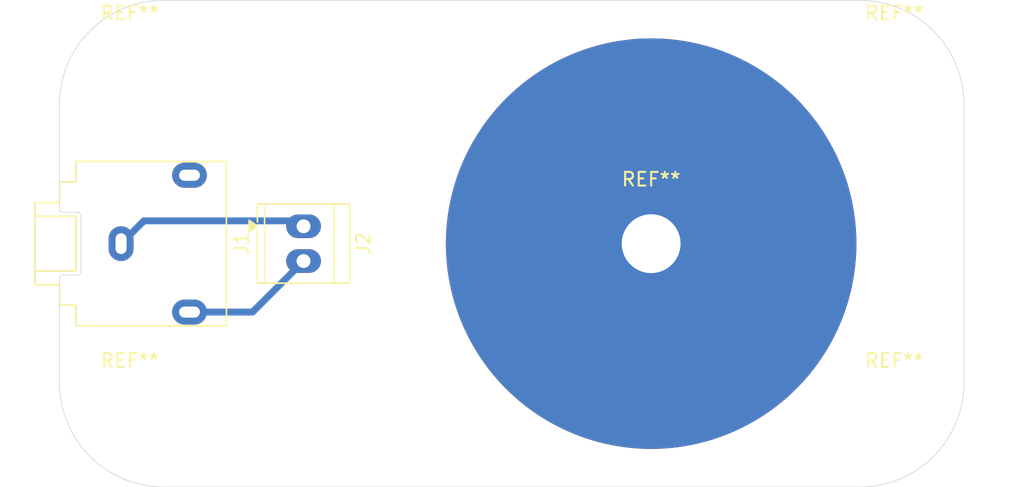
<source format=kicad_pcb>
(kicad_pcb (version 20241229) (generator "pcbnew") (generator_version "9.0")
  (layers (0 "F.Cu" signal) (2 "B.Cu" signal) (13 "F.Paste" user) (15 "B.Paste" user) (5 "F.SilkS" user "F.Silkscreen") (7 "B.SilkS" user "B.Silkscreen") (1 "F.Mask" user) (3 "B.Mask" user) (25 "Edge.Cuts" user))
  (net 0 "")
  (net 2 "Net-(J2-Pin_1)")
  (net 3 "Net-(J2-Pin_2)")
  (footprint "MountingHole:MountingHole_3.2mm_M3" (layer "F.Cu") (at 109.22 73.66)
    (property "Reference" "REF**" (at 0 -4.15 0) (layer "F.SilkS"))
    (property "Value" "MountingHole_3.2mm_M3")
    (pad "" np_thru_hole circle (at 0 0) (size 3.2 3.2) (drill 3.2) (layers "*.Cu" "*.Mask"))
  )
  (footprint "MountingHole:MountingHole_3.2mm_M3" (layer "F.Cu") (at 53.34 73.66)
    (property "Reference" "REF**" (at 0 -4.15 0) (layer "F.SilkS"))
    (property "Value" "MountingHole_3.2mm_M3")
    (pad "" np_thru_hole circle (at 0 0) (size 3.2 3.2) (drill 3.2) (layers "*.Cu" "*.Mask"))
  )
  (footprint "MountingHole:MountingHole_3.2mm_M3" (layer "F.Cu") (at 53.34 48.26)
    (property "Reference" "REF**" (at 0 -4.15 0) (layer "F.SilkS"))
    (property "Value" "MountingHole_3.2mm_M3")
    (pad "" np_thru_hole circle (at 0 0) (size 3.2 3.2) (drill 3.2) (layers "*.Cu" "*.Mask"))
  )
  (footprint "TerminalBlock_TE-Connectivity:TerminalBlock_TE_282834-2_1x02_P2.54mm_Horizontal" (layer "F.Cu") (at 66.04 59.69 -90)
    (property "Reference" "J2" (at 1.27 -4.37 90) (layer "F.SilkS"))
    (property "Value" "Screw_Terminal_01x02")
    (fp_line (start -1.62 3.37) (end -1.62 -3.37) (stroke (width 0.12)) (layer "F.SilkS"))
    (fp_line (start -0.3 3.37) (end -1.62 3.37) (stroke (width 0.12)) (layer "F.SilkS"))
    (fp_line (start 4.16 3.37) (end 0.3 3.37) (stroke (width 0.12)) (layer "F.SilkS"))
    (fp_line (start -1.62 2.85) (end 4.16 2.85) (stroke (width 0.12)) (layer "F.SilkS"))
    (fp_line (start -1.62 -2.25) (end 4.16 -2.25) (stroke (width 0.12)) (layer "F.SilkS"))
    (fp_line (start -1.62 -3.37) (end 4.16 -3.37) (stroke (width 0.12)) (layer "F.SilkS"))
    (fp_line (start 4.16 -3.37) (end 4.16 3.37) (stroke (width 0.12)) (layer "F.SilkS"))
    (fp_poly (pts (xy 0 3.37) (xy 0.44 3.98) (xy -0.44 3.98)) (stroke (width 0.12)) (fill yes) (layer "F.SilkS"))
    (pad "1" thru_hole oval (at 0 0 270) (size 1.7272 2.54) (drill 1.016) (layers "*.Cu" "*.Mask") (net 2 "Net-(J2-Pin_1)"))
    (pad "2" thru_hole oval (at 2.54 0 270) (size 1.7272 2.54) (drill 1.016) (layers "*.Cu" "*.Mask") (net 3 "Net-(J2-Pin_2)"))
  )
  (footprint "MountingHole:MountingHole_3.2mm_M3" (layer "F.Cu") (at 109.22 48.26)
    (property "Reference" "REF**" (at 0 -4.15 0) (layer "F.SilkS"))
    (property "Value" "MountingHole_3.2mm_M3")
    (pad "" np_thru_hole circle (at 0 0) (size 3.2 3.2) (drill 3.2) (layers "*.Cu" "*.Mask"))
  )
  (footprint "Connector_Audio:Jack_3.5mm_CUI_SJ1-3523N_Horizontal" (layer "F.Cu") (at 52.705 60.96 -90)
    (property "Reference" "J1" (at 0 -8.8 90) (layer "F.SilkS"))
    (property "Value" "AudioJack3")
    (fp_line (start -3 6.3) (end -3 4.5) (stroke (width 0.12)) (layer "F.SilkS"))
    (fp_line (start 2 6.3) (end 2 3.3) (stroke (width 0.12)) (layer "F.SilkS"))
    (fp_line (start 3 6.3) (end -3 6.3) (stroke (width 0.12)) (layer "F.SilkS"))
    (fp_line (start -4.5 4.5) (end -4.5 3.3) (stroke (width 0.12)) (layer "F.SilkS"))
    (fp_line (start -3 4.5) (end -4.5 4.5) (stroke (width 0.12)) (layer "F.SilkS"))
    (fp_line (start 3 4.5) (end 3 6.3) (stroke (width 0.12)) (layer "F.SilkS"))
    (fp_line (start 4.5 4.5) (end 3 4.5) (stroke (width 0.12)) (layer "F.SilkS"))
    (fp_line (start -6 3.3) (end -6 -7.7) (stroke (width 0.12)) (layer "F.SilkS"))
    (fp_line (start -4.5 3.3) (end -6 3.3) (stroke (width 0.12)) (layer "F.SilkS"))
    (fp_line (start -2 3.3) (end -2 6.3) (stroke (width 0.12)) (layer "F.SilkS"))
    (fp_line (start 2 3.3) (end -2 3.3) (stroke (width 0.12)) (layer "F.SilkS"))
    (fp_line (start 4.5 3.3) (end 4.5 4.5) (stroke (width 0.12)) (layer "F.SilkS"))
    (fp_line (start 6 3.3) (end 4.5 3.3) (stroke (width 0.12)) (layer "F.SilkS"))
    (fp_line (start -6 -7.7) (end 6 -7.7) (stroke (width 0.12)) (layer "F.SilkS"))
    (fp_line (start 6 -7.7) (end 6 3.3) (stroke (width 0.12)) (layer "F.SilkS"))
    (pad "" np_thru_hole circle (at -5 0 270) (size 1.2 1.2) (drill 1.2) (layers "*.Cu" "*.Mask"))
    (pad "" np_thru_hole circle (at -5 2.5 270) (size 1.2 1.2) (drill 1.2) (layers "*.Cu" "*.Mask"))
    (pad "" np_thru_hole circle (at 0 -5 270) (size 1.2 1.2) (drill 1.2) (layers "*.Cu" "*.Mask"))
    (pad "" np_thru_hole circle (at 5 0 270) (size 1.2 1.2) (drill 1.2) (layers "*.Cu" "*.Mask"))
    (pad "" np_thru_hole circle (at 5 2.5 270) (size 1.2 1.2) (drill 1.2) (layers "*.Cu" "*.Mask"))
    (pad "R" thru_hole oval (at -5 -5 270) (size 1.8288 2.54) (drill oval 0.8128 1.524) (layers "*.Cu" "*.Mask"))
    (pad "S" thru_hole oval (at 0 0 270) (size 2.54 1.8288) (drill oval 1.524 0.8128) (layers "*.Cu" "*.Mask") (net 2 "Net-(J2-Pin_1)"))
    (pad "T" thru_hole oval (at 5 -5 90) (size 1.8288 2.54) (drill oval 0.8128 1.524) (layers "*.Cu" "*.Mask") (net 3 "Net-(J2-Pin_2)"))
  )
  (footprint "MountingHole:MountingHole_4.3mm_M4_DIN965_Pad" (layer "F.Cu") (at 91.44 60.96)
    (property "Reference" "REF**" (at 0 -4.7 0) (layer "F.SilkS"))
    (property "Value" "MountingHole_4.3mm_M4_DIN965_Pad")
    (pad "1" thru_hole circle (at 0 0) (size 30 30) (drill 4.3) (layers "*.Cu" "*.Mask"))
  )
  (gr_arc (start 114.3 71.12) (mid 112.068154 76.508154) (end 106.68 78.74) (stroke (width 0.05)) (layer "Edge.Cuts"))
  (gr_arc (start 48.205 50.8) (mid 50.436846 45.411846) (end 55.825 43.18) (stroke (width 0.05)) (layer "Edge.Cuts"))
  (gr_line (start 48.459 58.674) (end 49.53 58.674) (stroke (width 0.05)) (layer "Edge.Cuts"))
  (gr_line (start 48.205 50.8) (end 48.205 58.42) (stroke (width 0.05)) (layer "Edge.Cuts"))
  (gr_line (start 55.825 43.18) (end 106.68 43.18) (stroke (width 0.05)) (layer "Edge.Cuts"))
  (gr_arc (start 48.205 63.5) (mid 48.279395 63.320395) (end 48.459 63.246) (stroke (width 0.05)) (layer "Edge.Cuts"))
  (gr_line (start 49.784 58.928) (end 49.784 62.992) (stroke (width 0.05)) (layer "Edge.Cuts"))
  (gr_arc (start 106.68 43.18) (mid 112.068154 45.411846) (end 114.3 50.8) (stroke (width 0.05)) (layer "Edge.Cuts"))
  (gr_line (start 48.459 63.246) (end 49.53 63.246) (stroke (width 0.05)) (layer "Edge.Cuts"))
  (gr_line (start 48.205 71.12) (end 48.205 63.5) (stroke (width 0.05)) (layer "Edge.Cuts"))
  (gr_arc (start 55.825 78.74) (mid 50.436846 76.508154) (end 48.205 71.12) (stroke (width 0.05)) (layer "Edge.Cuts"))
  (gr_line (start 106.68 78.74) (end 55.825 78.74) (stroke (width 0.05)) (layer "Edge.Cuts"))
  (gr_arc (start 48.459 58.674) (mid 48.279395 58.599605) (end 48.205 58.42) (stroke (width 0.05)) (layer "Edge.Cuts"))
  (gr_arc (start 49.53 58.674) (mid 49.709605 58.748395) (end 49.784 58.928) (stroke (width 0.05)) (layer "Edge.Cuts"))
  (gr_line (start 114.3 50.8) (end 114.3 71.12) (stroke (width 0.05)) (layer "Edge.Cuts"))
  (gr_arc (start 49.784 62.992) (mid 49.709605 63.171605) (end 49.53 63.246) (stroke (width 0.05)) (layer "Edge.Cuts"))
  (segment (start 54.3728 59.2922) (end 65.6422 59.2922) (width 0.508) (layer "B.Cu") (net 2))
  (segment (start 65.6422 59.2922) (end 66.04 59.69) (width 0.508) (layer "B.Cu") (net 2))
  (segment (start 52.705 60.96) (end 54.3728 59.2922) (width 0.508) (layer "B.Cu") (net 2))
  (segment (start 62.31 65.96) (end 66.04 62.23) (width 0.508) (layer "B.Cu") (net 3))
  (segment (start 57.705 65.96) (end 62.31 65.96) (width 0.508) (layer "B.Cu") (net 3))
)
</source>
